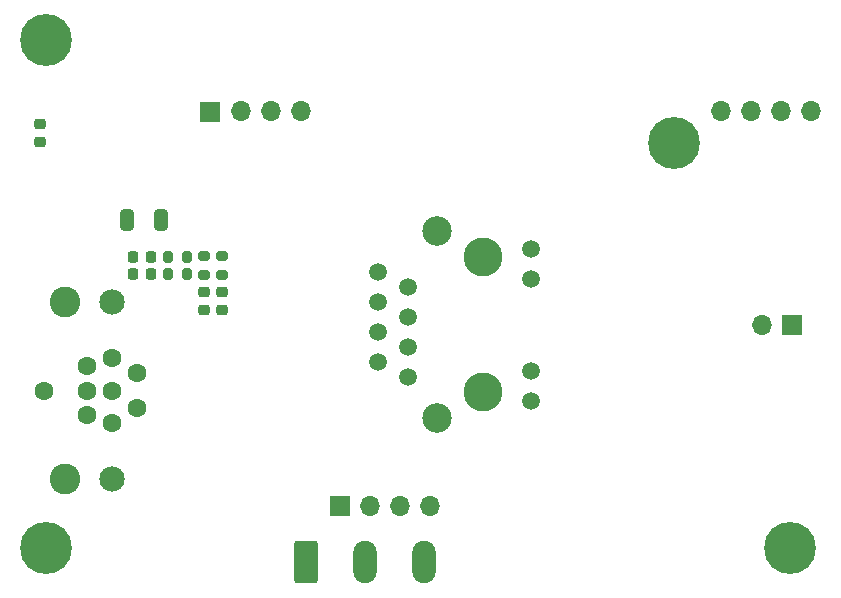
<source format=gbs>
%TF.GenerationSoftware,KiCad,Pcbnew,(6.0.8-1)-1*%
%TF.CreationDate,2022-11-24T03:29:19+08:00*%
%TF.ProjectId,CCTV3_POE_REV100,43435456-335f-4504-9f45-5f5245563130,100*%
%TF.SameCoordinates,Original*%
%TF.FileFunction,Soldermask,Bot*%
%TF.FilePolarity,Negative*%
%FSLAX46Y46*%
G04 Gerber Fmt 4.6, Leading zero omitted, Abs format (unit mm)*
G04 Created by KiCad (PCBNEW (6.0.8-1)-1) date 2022-11-24 03:29:19*
%MOMM*%
%LPD*%
G01*
G04 APERTURE LIST*
G04 Aperture macros list*
%AMRoundRect*
0 Rectangle with rounded corners*
0 $1 Rounding radius*
0 $2 $3 $4 $5 $6 $7 $8 $9 X,Y pos of 4 corners*
0 Add a 4 corners polygon primitive as box body*
4,1,4,$2,$3,$4,$5,$6,$7,$8,$9,$2,$3,0*
0 Add four circle primitives for the rounded corners*
1,1,$1+$1,$2,$3*
1,1,$1+$1,$4,$5*
1,1,$1+$1,$6,$7*
1,1,$1+$1,$8,$9*
0 Add four rect primitives between the rounded corners*
20,1,$1+$1,$2,$3,$4,$5,0*
20,1,$1+$1,$4,$5,$6,$7,0*
20,1,$1+$1,$6,$7,$8,$9,0*
20,1,$1+$1,$8,$9,$2,$3,0*%
G04 Aperture macros list end*
%ADD10C,4.400000*%
%ADD11R,1.700000X1.700000*%
%ADD12O,1.700000X1.700000*%
%ADD13C,3.300000*%
%ADD14C,1.520000*%
%ADD15C,2.500000*%
%ADD16C,2.600000*%
%ADD17C,2.150000*%
%ADD18C,1.600000*%
%ADD19RoundRect,0.250000X-0.750000X-1.550000X0.750000X-1.550000X0.750000X1.550000X-0.750000X1.550000X0*%
%ADD20O,2.000000X3.600000*%
%ADD21RoundRect,0.218750X0.256250X-0.218750X0.256250X0.218750X-0.256250X0.218750X-0.256250X-0.218750X0*%
%ADD22RoundRect,0.225000X-0.225000X-0.250000X0.225000X-0.250000X0.225000X0.250000X-0.225000X0.250000X0*%
%ADD23RoundRect,0.200000X0.275000X-0.200000X0.275000X0.200000X-0.275000X0.200000X-0.275000X-0.200000X0*%
%ADD24RoundRect,0.225000X0.250000X-0.225000X0.250000X0.225000X-0.250000X0.225000X-0.250000X-0.225000X0*%
%ADD25RoundRect,0.250000X-0.325000X-0.650000X0.325000X-0.650000X0.325000X0.650000X-0.325000X0.650000X0*%
%ADD26RoundRect,0.200000X-0.200000X-0.275000X0.200000X-0.275000X0.200000X0.275000X-0.200000X0.275000X0*%
G04 APERTURE END LIST*
D10*
X23500000Y-66500000D03*
X76700000Y-32200000D03*
X23500000Y-23500000D03*
D11*
X48400000Y-62900000D03*
D12*
X50940000Y-62900000D03*
X53480000Y-62900000D03*
X56020000Y-62900000D03*
D13*
X60490000Y-41880000D03*
X60490000Y-53310000D03*
D14*
X54140000Y-52040000D03*
X51600000Y-50770000D03*
X54140000Y-49500000D03*
X51600000Y-48230000D03*
X54140000Y-46970000D03*
X51600000Y-45690000D03*
X54140000Y-44420000D03*
X51600000Y-43150000D03*
X64600000Y-54010000D03*
X64600000Y-51470000D03*
X64600000Y-43730000D03*
X64600000Y-41190000D03*
D15*
X56640000Y-55510000D03*
X56640000Y-39690000D03*
D16*
X25110250Y-45662500D03*
X25110250Y-60662500D03*
D17*
X29110250Y-45662500D03*
X29110250Y-60662500D03*
D18*
X31210250Y-51662500D03*
X31210250Y-54662500D03*
X29110250Y-55887500D03*
X27010250Y-55237500D03*
X27010250Y-53162500D03*
X27010250Y-51087500D03*
X29110250Y-50437500D03*
X29110250Y-53162500D03*
X23290250Y-53162500D03*
D11*
X86685000Y-47600000D03*
D12*
X84145000Y-47600000D03*
D11*
X37350000Y-29545000D03*
D12*
X39980000Y-29535000D03*
X42520000Y-29535000D03*
X45060000Y-29535000D03*
X80620000Y-29535000D03*
X83160000Y-29535000D03*
X85700000Y-29535000D03*
X88240000Y-29535000D03*
D10*
X86500000Y-66500000D03*
D19*
X45500000Y-67722500D03*
D20*
X50500000Y-67722500D03*
X55500000Y-67722500D03*
D21*
X23000000Y-32137500D03*
X23000000Y-30562500D03*
D22*
X30845000Y-43320000D03*
X32395000Y-43320000D03*
X30845000Y-41820000D03*
X32395000Y-41820000D03*
D23*
X36890000Y-43395000D03*
X36890000Y-41745000D03*
D24*
X36890000Y-46355000D03*
X36890000Y-44805000D03*
X38400000Y-46355000D03*
X38400000Y-44805000D03*
D25*
X30325000Y-38700000D03*
X33275000Y-38700000D03*
D26*
X33805000Y-43320000D03*
X35455000Y-43320000D03*
D23*
X38400000Y-43395000D03*
X38400000Y-41745000D03*
D26*
X33805000Y-41820000D03*
X35455000Y-41820000D03*
M02*

</source>
